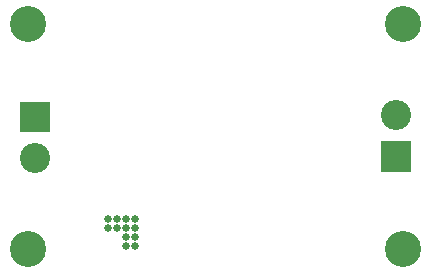
<source format=gbr>
G04 start of page 8 for group -4062 idx -4062 *
G04 Title: SFT-HW-0022, soldermask *
G04 Creator: pcb 20110918 *
G04 CreationDate: Thu 04 Dec 2014 01:03:43 AM GMT UTC *
G04 For: tgack *
G04 Format: Gerber/RS-274X *
G04 PCB-Dimensions: 150000 100000 *
G04 PCB-Coordinate-Origin: lower left *
%MOIN*%
%FSLAX25Y25*%
%LNBOTTOMMASK*%
%ADD54C,0.0260*%
%ADD53C,0.1005*%
%ADD52C,0.0001*%
%ADD51C,0.1200*%
G54D51*X137500Y12500D03*
G54D52*G36*
X129976Y48524D02*Y38476D01*
X140024D01*
Y48524D01*
X129976D01*
G37*
G54D53*X135000Y57280D03*
G54D51*X12500Y12500D03*
G54D53*X14780Y43000D03*
G54D51*X12500Y87500D03*
X137500D03*
G54D52*G36*
X9756Y61804D02*Y51755D01*
X19804D01*
Y61804D01*
X9756D01*
G37*
G54D54*X45000Y13500D03*
X48000D03*
X39000Y19500D03*
X42000D03*
X39000Y22500D03*
X42000D03*
X45000Y19500D03*
Y22500D03*
X48000D03*
Y19500D03*
X45000Y16500D03*
X48000D03*
M02*

</source>
